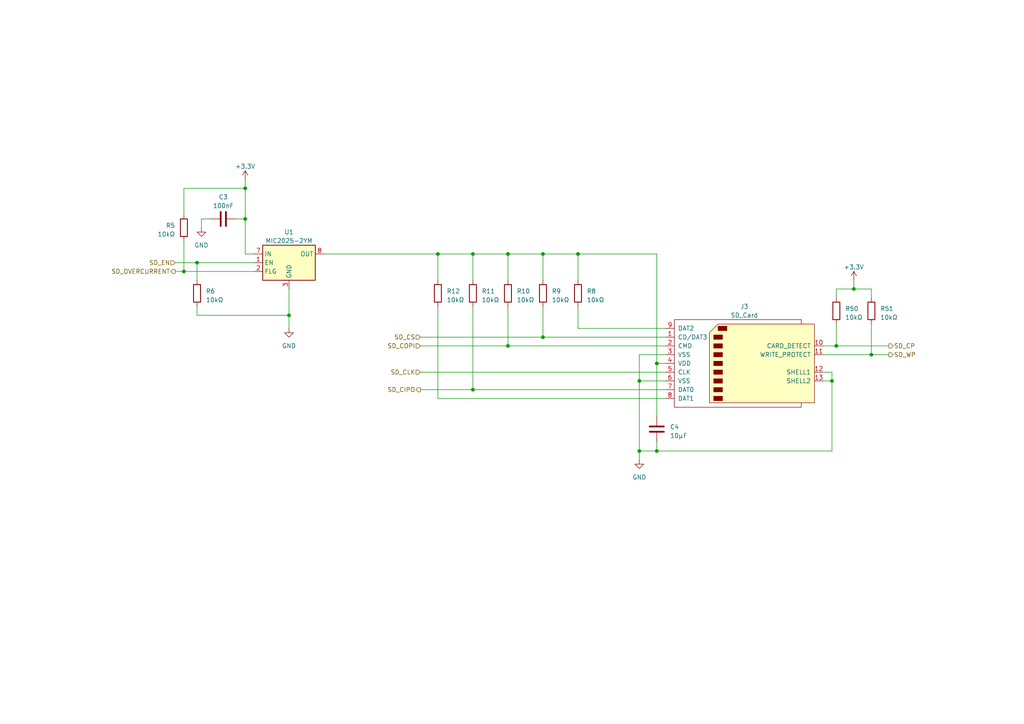
<source format=kicad_sch>
(kicad_sch (version 20230121) (generator eeschema)
  (paper "A4")
  (title_block (title "ECB Video Card") (rev "1.0") (company "Nathan Dumont"))
  (lib_symbols
    (symbol "Connector:SD_Card" (pin_names (offset 1.016))
      (property "Reference" "J" (at -16.51 13.97 0))
      (property "Value" "SD_Card" (at 15.24 -13.97 0))
      (symbol "SD_Card_0_1"
        (rectangle (start -8.89 -9.525) (end -6.35 -10.795) (fill (type outline)))
        (rectangle (start -8.89 -6.985) (end -6.35 -8.255) (fill (type outline)))
        (rectangle (start -8.89 -4.445) (end -6.35 -5.715) (fill (type outline)))
        (rectangle (start -8.89 -1.905) (end -6.35 -3.175) (fill (type outline)))
        (rectangle (start -8.89 0.635) (end -6.35 -0.635) (fill (type outline)))
        (rectangle (start -8.89 3.175) (end -6.35 1.905) (fill (type outline)))
        (rectangle (start -8.89 5.715) (end -6.35 4.445) (fill (type outline)))
        (rectangle (start -8.89 8.255) (end -6.35 6.985) (fill (type outline)))
        (rectangle (start -7.62 10.795) (end -5.08 9.525) (fill (type outline)))
        (polyline (pts (xy -10.16 8.89) (xy -7.62 11.43) (xy 20.32 11.43) (xy 20.32 -11.43) (xy -10.16 -11.43) (xy -10.16 8.89)) (fill (type background)))
        (polyline (pts (xy 16.51 11.43) (xy 16.51 12.7) (xy -20.32 12.7) (xy -20.32 -12.7) (xy 16.51 -12.7) (xy 16.51 -11.43)))
      )
      (symbol "SD_Card_1_1"
        (pin input line (at -22.86 7.62 0) (length 2.54) (name "CD/DAT3") (number "1"))
        (pin input line (at 22.86 5.08 180) (length 2.54) (name "CARD_DETECT") (number "10"))
        (pin input line (at 22.86 2.54 180) (length 2.54) (name "WRITE_PROTECT") (number "11"))
        (pin input line (at 22.86 -2.54 180) (length 2.54) (name "SHELL1") (number "12"))
        (pin input line (at 22.86 -5.08 180) (length 2.54) (name "SHELL2") (number "13"))
        (pin input line (at -22.86 5.08 0) (length 2.54) (name "CMD") (number "2"))
        (pin power_in line (at -22.86 2.54 0) (length 2.54) (name "VSS") (number "3"))
        (pin power_in line (at -22.86 0 0) (length 2.54) (name "VDD") (number "4"))
        (pin input line (at -22.86 -2.54 0) (length 2.54) (name "CLK") (number "5"))
        (pin power_in line (at -22.86 -5.08 0) (length 2.54) (name "VSS") (number "6"))
        (pin input line (at -22.86 -7.62 0) (length 2.54) (name "DAT0") (number "7"))
        (pin input line (at -22.86 -10.16 0) (length 2.54) (name "DAT1") (number "8"))
        (pin input line (at -22.86 10.16 0) (length 2.54) (name "DAT2") (number "9"))
      )
    )
    (symbol "Device:C" (pin_numbers hide) (pin_names (offset 0.254))
      (property "Reference" "C" (at 0.635 2.54 0))
      (property "Value" "C" (at 0.635 -2.54 0))
      (symbol "C_0_1"
        (polyline (pts (xy -2.032 -0.762) (xy 2.032 -0.762)) (stroke (width 0.508)))
        (polyline (pts (xy -2.032 0.762) (xy 2.032 0.762)) (stroke (width 0.508)))
      )
      (symbol "C_1_1"
        (pin passive line (at 0 3.81 270) (length 2.794) (name "~") (number "1"))
        (pin passive line (at 0 -3.81 90) (length 2.794) (name "~") (number "2"))
      )
    )
    (symbol "Device:R" (pin_numbers hide) (pin_names (offset 0))
      (property "Reference" "R" (at 2.032 0 90))
      (property "Value" "R" (at 0 0 90))
      (symbol "R_0_1"
        (rectangle (start -1.016 -2.54) (end 1.016 2.54) (stroke (width 0.254)))
      )
      (symbol "R_1_1"
        (pin passive line (at 0 3.81 270) (length 1.27) (name "~") (number "1"))
        (pin passive line (at 0 -3.81 90) (length 1.27) (name "~") (number "2"))
      )
    )
    (symbol "Power_Management:MIC2025-2YM"
      (property "Reference" "U" (at -7.62 6.35 0))
      (property "Value" "MIC2025-2YM" (at 13.97 6.35 0))
      (symbol "MIC2025-2YM_0_1"
        (rectangle (start -7.62 5.08) (end 7.62 -5.08) (stroke (width 0.254)) (fill (type background)))
      )
      (symbol "MIC2025-2YM_1_1"
        (pin input line (at -10.16 0 0) (length 2.54) (name "EN") (number "1"))
        (pin open_collector line (at -10.16 -2.54 0) (length 2.54) (name "FLG") (number "2"))
        (pin power_in line (at 0 -7.62 90) (length 2.54) (name "GND") (number "3"))
        (pin no_connect line (at 7.62 0 180) (length 2.54) hide (name "NC") (number "4"))
        (pin no_connect line (at 7.62 -2.54 180) (length 2.54) hide (name "NC") (number "5"))
        (pin passive line (at 10.16 2.54 180) (length 2.54) hide (name "OUT") (number "6"))
        (pin power_in line (at -10.16 2.54 0) (length 2.54) (name "IN") (number "7"))
        (pin power_out line (at 10.16 2.54 180) (length 2.54) (name "OUT") (number "8"))
      )
    )
    (symbol "power:+3.3V" (power) (pin_names (offset 0))
      (property "Value" "+3.3V" (at 0 3.556 0))
      (symbol "+3.3V_0_1"
        (polyline (pts (xy -0.762 1.27) (xy 0 2.54)))
        (polyline (pts (xy 0 0) (xy 0 2.54)))
        (polyline (pts (xy 0 2.54) (xy 0.762 1.27)))
      )
      (symbol "+3.3V_1_1"
        (pin power_in line (at 0 0 90) (length 0) hide (name "+3.3V") (number "1"))
      )
    )
    (symbol "power:GND" (power) (pin_names (offset 0))
      (property "Value" "GND" (at 0 -3.81 0))
      (symbol "GND_0_1"
        (polyline (pts (xy 0 0) (xy 0 -1.27) (xy 1.27 -1.27) (xy 0 -2.54) (xy -1.27 -1.27) (xy 0 -1.27)))
      )
      (symbol "GND_1_1"
        (pin power_in line (at 0 0 270) (length 0) hide (name "GND") (number "1"))
      )
    )
  )
  (junction (at 137.16 113.03))
  (junction (at 157.48 73.66))
  (junction (at 137.16 73.66))
  (junction (at 83.82 91.44))
  (junction (at 247.65 83.82))
  (junction (at 71.12 54.61))
  (junction (at 167.64 73.66))
  (junction (at 190.5 130.81))
  (junction (at 185.42 130.81))
  (junction (at 157.48 97.79))
  (junction (at 242.57 100.33))
  (junction (at 147.32 100.33))
  (junction (at 57.15 76.2))
  (junction (at 147.32 73.66))
  (junction (at 190.5 105.41))
  (junction (at 53.34 78.74))
  (junction (at 185.42 110.49))
  (junction (at 241.3 110.49))
  (junction (at 71.12 63.5))
  (junction (at 252.73 102.87))
  (junction (at 127 73.66))
  (wire (pts (xy 83.82 91.44) (xy 83.82 95.25)))
  (wire (pts (xy 137.16 113.03) (xy 193.04 113.03)))
  (wire (pts (xy 57.15 81.28) (xy 57.15 76.2)))
  (wire (pts (xy 185.42 110.49) (xy 193.04 110.49)))
  (wire (pts (xy 57.15 91.44) (xy 83.82 91.44)))
  (wire (pts (xy 127 73.66) (xy 127 81.28)))
  (wire (pts (xy 60.96 63.5) (xy 58.42 63.5)))
  (wire (pts (xy 71.12 73.66) (xy 73.66 73.66)))
  (wire (pts (xy 241.3 110.49) (xy 241.3 130.81)))
  (wire (pts (xy 121.92 97.79) (xy 157.48 97.79)))
  (wire (pts (xy 137.16 73.66) (xy 147.32 73.66)))
  (wire (pts (xy 167.64 73.66) (xy 190.5 73.66)))
  (wire (pts (xy 157.48 97.79) (xy 193.04 97.79)))
  (wire (pts (xy 57.15 88.9) (xy 57.15 91.44)))
  (wire (pts (xy 238.76 107.95) (xy 241.3 107.95)))
  (wire (pts (xy 185.42 102.87) (xy 185.42 110.49)))
  (wire (pts (xy 242.57 86.36) (xy 242.57 83.82)))
  (wire (pts (xy 185.42 130.81) (xy 190.5 130.81)))
  (wire (pts (xy 53.34 54.61) (xy 53.34 62.23)))
  (wire (pts (xy 241.3 130.81) (xy 190.5 130.81)))
  (wire (pts (xy 247.65 83.82) (xy 252.73 83.82)))
  (wire (pts (xy 193.04 102.87) (xy 185.42 102.87)))
  (wire (pts (xy 242.57 83.82) (xy 247.65 83.82)))
  (wire (pts (xy 241.3 107.95) (xy 241.3 110.49)))
  (wire (pts (xy 93.98 73.66) (xy 127 73.66)))
  (wire (pts (xy 57.15 76.2) (xy 73.66 76.2)))
  (wire (pts (xy 167.64 95.25) (xy 193.04 95.25)))
  (wire (pts (xy 121.92 113.03) (xy 137.16 113.03)))
  (wire (pts (xy 147.32 73.66) (xy 157.48 73.66)))
  (wire (pts (xy 185.42 130.81) (xy 185.42 133.35)))
  (wire (pts (xy 167.64 73.66) (xy 167.64 81.28)))
  (wire (pts (xy 252.73 102.87) (xy 257.81 102.87)))
  (wire (pts (xy 121.92 100.33) (xy 147.32 100.33)))
  (wire (pts (xy 137.16 73.66) (xy 137.16 81.28)))
  (wire (pts (xy 53.34 54.61) (xy 71.12 54.61)))
  (wire (pts (xy 68.58 63.5) (xy 71.12 63.5)))
  (wire (pts (xy 190.5 130.81) (xy 190.5 128.27)))
  (wire (pts (xy 157.48 73.66) (xy 157.48 81.28)))
  (wire (pts (xy 50.8 78.74) (xy 53.34 78.74)))
  (wire (pts (xy 127 88.9) (xy 127 115.57)))
  (wire (pts (xy 53.34 69.85) (xy 53.34 78.74)))
  (wire (pts (xy 147.32 88.9) (xy 147.32 100.33)))
  (wire (pts (xy 71.12 63.5) (xy 71.12 73.66)))
  (wire (pts (xy 157.48 88.9) (xy 157.48 97.79)))
  (wire (pts (xy 238.76 102.87) (xy 252.73 102.87)))
  (wire (pts (xy 242.57 100.33) (xy 257.81 100.33)))
  (wire (pts (xy 71.12 52.07) (xy 71.12 54.61)))
  (wire (pts (xy 238.76 110.49) (xy 241.3 110.49)))
  (wire (pts (xy 252.73 102.87) (xy 252.73 93.98)))
  (wire (pts (xy 190.5 73.66) (xy 190.5 105.41)))
  (wire (pts (xy 147.32 100.33) (xy 193.04 100.33)))
  (wire (pts (xy 157.48 73.66) (xy 167.64 73.66)))
  (wire (pts (xy 73.66 78.74) (xy 53.34 78.74)))
  (wire (pts (xy 242.57 100.33) (xy 242.57 93.98)))
  (wire (pts (xy 190.5 105.41) (xy 190.5 120.65)))
  (wire (pts (xy 167.64 88.9) (xy 167.64 95.25)))
  (wire (pts (xy 137.16 88.9) (xy 137.16 113.03)))
  (wire (pts (xy 247.65 81.28) (xy 247.65 83.82)))
  (wire (pts (xy 190.5 105.41) (xy 193.04 105.41)))
  (wire (pts (xy 121.92 107.95) (xy 193.04 107.95)))
  (wire (pts (xy 147.32 73.66) (xy 147.32 81.28)))
  (wire (pts (xy 252.73 83.82) (xy 252.73 86.36)))
  (wire (pts (xy 83.82 83.82) (xy 83.82 91.44)))
  (wire (pts (xy 127 115.57) (xy 193.04 115.57)))
  (wire (pts (xy 185.42 110.49) (xy 185.42 130.81)))
  (wire (pts (xy 71.12 54.61) (xy 71.12 63.5)))
  (wire (pts (xy 58.42 63.5) (xy 58.42 66.04)))
  (wire (pts (xy 238.76 100.33) (xy 242.57 100.33)))
  (wire (pts (xy 50.8 76.2) (xy 57.15 76.2)))
  (wire (pts (xy 127 73.66) (xy 137.16 73.66)))
  (hierarchical_label "SD_CIPO" (shape output) (at 121.92 113.03 180))
  (hierarchical_label "SD_CP" (shape output) (at 257.81 100.33 0))
  (hierarchical_label "SD_CS" (shape input) (at 121.92 97.79 180))
  (hierarchical_label "SD_WP" (shape output) (at 257.81 102.87 0))
  (hierarchical_label "SD_EN" (shape input) (at 50.8 76.2 180))
  (hierarchical_label "SD_COPI" (shape input) (at 121.92 100.33 180))
  (hierarchical_label "SD_OVERCURRENT" (shape output) (at 50.8 78.74 180))
  (hierarchical_label "SD_CLK" (shape input) (at 121.92 107.95 180))
  (symbol (lib_id "Device:R") (at 242.57 90.17 0) (unit 1)
    (property "Reference" "R50" (at 245.11 89.535 0) (effects (justify left)))
    (property "Value" "10kΩ" (at 245.11 92.075 0) (effects (justify left)))
    (property "Footprint" "Resistor_SMD:R_0603_1608Metric_Pad0.98x0.95mm_HandSolder" (effects hide))
  )
  (symbol (lib_id "power:+3.3V") (at 247.65 81.28 0) (mirror y) (unit 1)
    (property "Reference" "#PWR046" (effects hide))
    (property "Value" "+3.3V" (at 247.65 77.47 0))
  )
  (symbol (lib_id "Device:R") (at 137.16 85.09 0) (unit 1)
    (property "Reference" "R11" (at 139.7 84.455 0) (effects (justify left)))
    (property "Value" "10kΩ" (at 139.7 86.995 0) (effects (justify left)))
    (property "Footprint" "Resistor_SMD:R_0603_1608Metric_Pad0.98x0.95mm_HandSolder" (effects hide))
  )
  (symbol (lib_id "Device:C") (at 64.77 63.5 90) (unit 1)
    (property "Reference" "C3" (at 64.77 57.15 90))
    (property "Value" "100nF" (at 64.77 59.69 90))
    (property "Footprint" "Capacitor_SMD:C_0603_1608Metric_Pad1.08x0.95mm_HandSolder" (effects hide))
    (property "Part number" "Generic 0603 X7R  50V 10%" (effects hide))
  )
  (symbol (lib_id "power:GND") (at 58.42 66.04 0) (unit 1)
    (property "Reference" "#PWR09" (effects hide))
    (property "Value" "GND" (at 58.42 71.12 0))
  )
  (symbol (lib_id "Device:R") (at 167.64 85.09 0) (unit 1)
    (property "Reference" "R8" (at 170.18 84.455 0) (effects (justify left)))
    (property "Value" "10kΩ" (at 170.18 86.995 0) (effects (justify left)))
    (property "Footprint" "Resistor_SMD:R_0603_1608Metric_Pad0.98x0.95mm_HandSolder" (effects hide))
  )
  (symbol (lib_id "Device:C") (at 190.5 124.46 0) (unit 1)
    (property "Reference" "C4" (at 194.31 123.825 0) (effects (justify left)))
    (property "Value" "10µF" (at 194.31 126.365 0) (effects (justify left)))
    (property "Footprint" "Capacitor_SMD:C_0805_2012Metric_Pad1.18x1.45mm_HandSolder" (effects hide))
  )
  (symbol (lib_id "Device:R") (at 57.15 85.09 0) (unit 1)
    (property "Reference" "R6" (at 59.69 84.455 0) (effects (justify left)))
    (property "Value" "10kΩ" (at 59.69 86.995 0) (effects (justify left)))
    (property "Footprint" "Resistor_SMD:R_0603_1608Metric_Pad0.98x0.95mm_HandSolder" (effects hide))
  )
  (symbol (lib_id "power:GND") (at 185.42 133.35 0) (unit 1)
    (property "Reference" "#PWR011" (effects hide))
    (property "Value" "GND" (at 185.42 138.43 0))
  )
  (symbol (lib_id "power:GND") (at 83.82 95.25 0) (unit 1)
    (property "Reference" "#PWR08" (effects hide))
    (property "Value" "GND" (at 83.82 100.33 0))
  )
  (symbol (lib_id "Device:R") (at 127 85.09 0) (unit 1)
    (property "Reference" "R12" (at 129.54 84.455 0) (effects (justify left)))
    (property "Value" "10kΩ" (at 129.54 86.995 0) (effects (justify left)))
    (property "Footprint" "Resistor_SMD:R_0603_1608Metric_Pad0.98x0.95mm_HandSolder" (effects hide))
  )
  (symbol (lib_id "Connector:SD_Card") (at 215.9 105.41 0) (unit 1)
    (property "Reference" "J3" (at 215.9 88.9 0))
    (property "Value" "SD_Card" (at 215.9 91.44 0))
    (property "Footprint" "extras:SD_UNIVERSAL" (effects hide))
    (property "Datasheet" "http://portal.fciconnect.com/Comergent//fci/drawing/10067847.pdf" (effects hide))
  )
  (symbol (lib_id "Device:R") (at 147.32 85.09 0) (unit 1)
    (property "Reference" "R10" (at 149.86 84.455 0) (effects (justify left)))
    (property "Value" "10kΩ" (at 149.86 86.995 0) (effects (justify left)))
    (property "Footprint" "Resistor_SMD:R_0603_1608Metric_Pad0.98x0.95mm_HandSolder" (effects hide))
  )
  (symbol (lib_id "Device:R") (at 252.73 90.17 0) (unit 1)
    (property "Reference" "R51" (at 255.27 89.535 0) (effects (justify left)))
    (property "Value" "10kΩ" (at 255.27 92.075 0) (effects (justify left)))
    (property "Footprint" "Resistor_SMD:R_0603_1608Metric_Pad0.98x0.95mm_HandSolder" (effects hide))
  )
  (symbol (lib_id "Device:R") (at 157.48 85.09 0) (unit 1)
    (property "Reference" "R9" (at 160.02 84.455 0) (effects (justify left)))
    (property "Value" "10kΩ" (at 160.02 86.995 0) (effects (justify left)))
    (property "Footprint" "Resistor_SMD:R_0603_1608Metric_Pad0.98x0.95mm_HandSolder" (effects hide))
  )
  (symbol (lib_id "Power_Management:MIC2025-2YM") (at 83.82 76.2 0) (unit 1)
    (property "Reference" "U1" (at 83.82 67.31 0))
    (property "Value" "MIC2025-2YM" (at 83.82 69.85 0))
    (property "Footprint" "Package_SO:SOIC-8_3.9x4.9mm_P1.27mm" (effects hide))
    (property "Datasheet" "https://ww1.microchip.com/downloads/en/DeviceDoc/MIC2025-2075-Single-Channel-Power-Distribution-Switch-DS20006030A.pdf" (effects hide))
  )
  (symbol (lib_id "Device:R") (at 53.34 66.04 0) (unit 1)
    (property "Reference" "R5" (at 50.8 65.405 0) (effects (justify right)))
    (property "Value" "10kΩ" (at 50.8 67.945 0) (effects (justify right)))
    (property "Footprint" "Resistor_SMD:R_0603_1608Metric_Pad0.98x0.95mm_HandSolder" (effects hide))
  )
  (symbol (lib_id "power:+3.3V") (at 71.12 52.07 0) (unit 1)
    (property "Reference" "#PWR010" (effects hide))
    (property "Value" "+3.3V" (at 71.12 48.26 0))
  )
)
</source>
